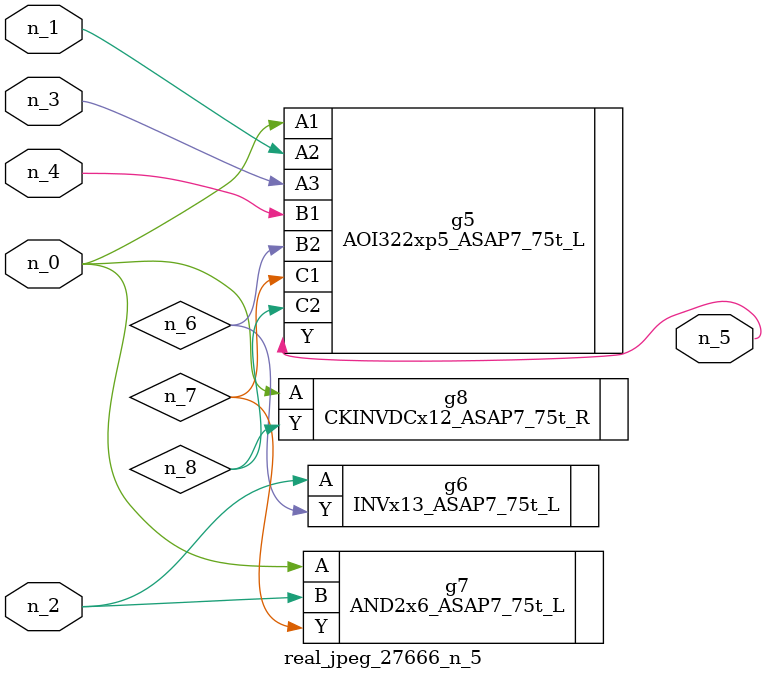
<source format=v>
module real_jpeg_27666_n_5 (n_4, n_0, n_1, n_2, n_3, n_5);

input n_4;
input n_0;
input n_1;
input n_2;
input n_3;

output n_5;

wire n_8;
wire n_6;
wire n_7;

AOI322xp5_ASAP7_75t_L g5 ( 
.A1(n_0),
.A2(n_1),
.A3(n_3),
.B1(n_4),
.B2(n_6),
.C1(n_7),
.C2(n_8),
.Y(n_5)
);

AND2x6_ASAP7_75t_L g7 ( 
.A(n_0),
.B(n_2),
.Y(n_7)
);

CKINVDCx12_ASAP7_75t_R g8 ( 
.A(n_0),
.Y(n_8)
);

INVx13_ASAP7_75t_L g6 ( 
.A(n_2),
.Y(n_6)
);


endmodule
</source>
